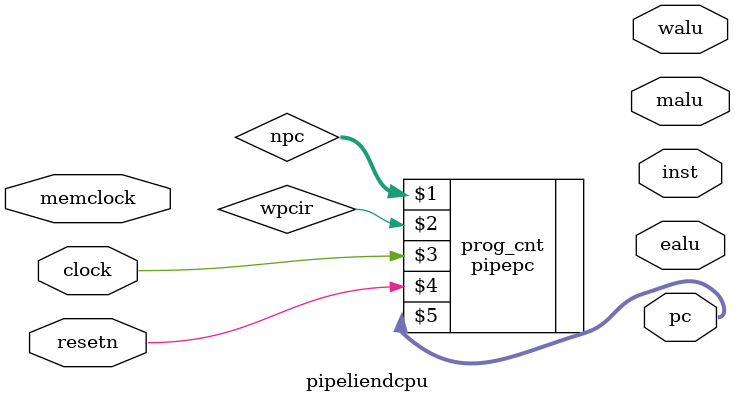
<source format=v>
`timescale 1ns / 1ps


module pipeliendcpu(clock, memclock, resetn, pc, inst, ealu, malu, walu);
    input clock, memclock, resetn;
    output [31:0] pc, inst, ealu, malu, walu;
    wire [31:0] bpc, jpc, npc, pc4, ins, dpc4, inst, da, db, dimm, ea, eb, eimm;
    wire [31:0] epc4, mb, mmo, wmo, wdi;
    wire [4:0] drn, ern0, ern, mrn, wrn;
    wire [3:0] daluc, ealuc;
    wire[1:0] pcsource;
    wire wpcir;
    wire dwreg, dm2reg, dwmem, daluimm, dshift, djal;
    wire ewreg, em2reg, ewmem, ealuimm, eshift, ejal;
    wire mwreg, mm2reg, mwmem;
    wire wwreg, wm2reg;
    pipepc prog_cnt (npc, wpcir, clock, resetn, pc);
    //TODO

endmodule

</source>
